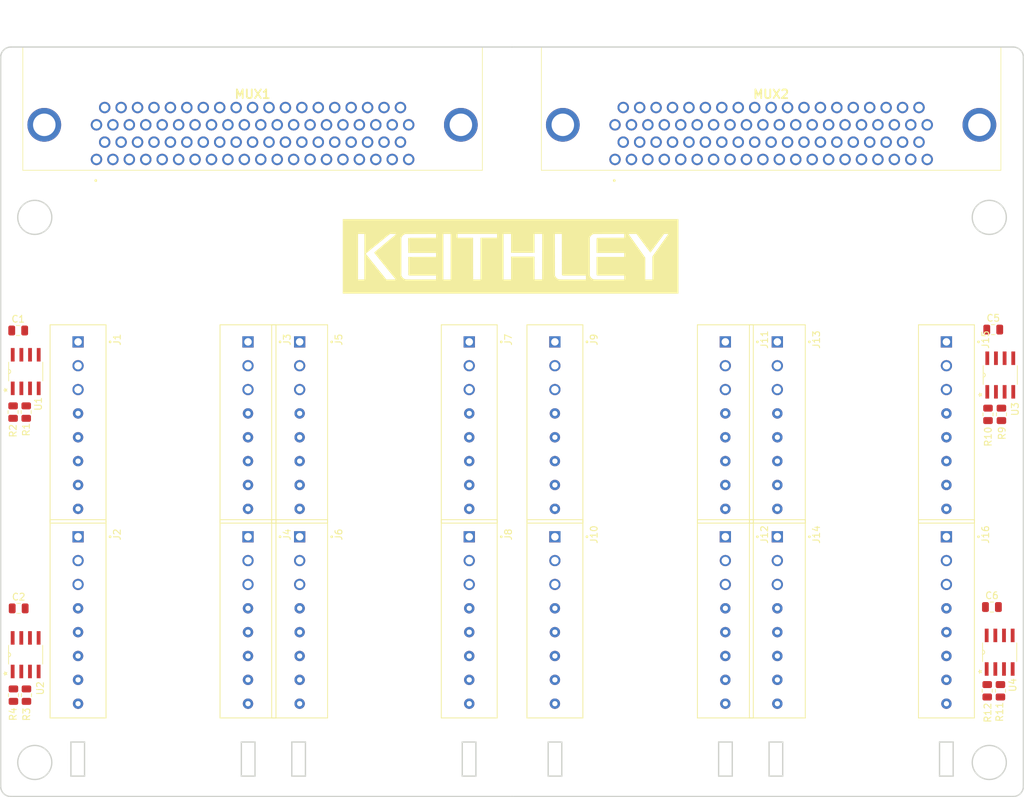
<source format=kicad_pcb>
(kicad_pcb (version 20211014) (generator pcbnew)
  (layers (0 "F.Cu" signal) (1 "In1.Cu" signal) (2 "In2.Cu" signal) (31 "B.Cu" signal) (34 "B.Paste" user) (35 "F.Paste" user) (36 "B.SilkS" user "B.Silkscreen") (37 "F.SilkS" user "F.Silkscreen") (38 "B.Mask" user) (39 "F.Mask" user) (44 "Edge.Cuts" user))
  (net 0 "")
  (net 1 "/15L")
  (net 2 "/15H")
  (net 3 "/13L")
  (net 4 "/13H")
  (net 5 "/11H")
  (net 6 "/11L")
  (net 7 "/9L")
  (net 8 "/9H")
  (net 9 "/7L")
  (net 10 "/7H")
  (net 11 "/5L")
  (net 12 "/5H")
  (net 13 "/3L")
  (net 14 "/3H")
  (net 15 "/1L")
  (net 16 "/1H")
  (net 17 "/MUX1 OUTL")
  (net 18 "/MUX1 OUTH")
  (net 19 "/29L")
  (net 20 "/29H")
  (net 21 "/27L")
  (net 22 "/27H")
  (net 23 "/25L")
  (net 24 "/25H")
  (net 25 "/23L")
  (net 26 "/23H")
  (net 27 "/21L")
  (net 28 "/21H")
  (net 29 "/19L")
  (net 30 "/19H")
  (net 31 "/17L")
  (net 32 "/17H")
  (net 33 "/16L")
  (net 34 "/16H")
  (net 35 "/14L")
  (net 36 "/14H")
  (net 37 "/12L")
  (net 38 "/12H")
  (net 39 "/10L")
  (net 40 "/10H")
  (net 41 "/8L")
  (net 42 "/8H")
  (net 43 "/6L")
  (net 44 "/6H")
  (net 45 "/4L")
  (net 46 "/4H")
  (net 47 "/2L")
  (net 48 "/2H")
  (net 51 "/30L")
  (net 52 "/30H")
  (net 53 "/28L")
  (net 54 "/28H")
  (net 55 "/26L")
  (net 56 "/26H")
  (net 57 "/24L")
  (net 58 "/24H")
  (net 59 "/22L")
  (net 60 "/22H")
  (net 61 "/20L")
  (net 62 "/20H")
  (net 63 "/18L")
  (net 64 "/18H")
  (net 65 "/45L")
  (net 66 "/45H")
  (net 67 "/43L")
  (net 68 "/43H")
  (net 69 "/41L")
  (net 70 "/41H")
  (net 71 "/39L")
  (net 72 "/39H")
  (net 73 "/MUX2 OUTL")
  (net 74 "/MUX2 OUTR")
  (net 75 "/59L")
  (net 76 "/59H")
  (net 77 "/57L")
  (net 78 "/57H")
  (net 79 "/55L")
  (net 80 "/55H")
  (net 81 "/53L")
  (net 82 "/53H")
  (net 83 "/51L")
  (net 84 "/51H")
  (net 85 "/49L")
  (net 86 "/49H")
  (net 87 "/47L")
  (net 88 "/47H")
  (net 89 "/46L")
  (net 90 "/46H")
  (net 91 "/44L")
  (net 92 "/44H")
  (net 93 "/42L")
  (net 94 "/42H")
  (net 95 "/40L")
  (net 96 "/40H")
  (net 97 "/38L")
  (net 98 "/38H")
  (net 99 "/36L")
  (net 100 "/36H")
  (net 101 "/34L")
  (net 102 "/34H")
  (net 103 "/32L")
  (net 104 "/32H")
  (net 107 "/60L")
  (net 108 "/60H")
  (net 109 "/58L")
  (net 110 "/58H")
  (net 111 "/56L")
  (net 112 "/56H")
  (net 113 "/54L")
  (net 114 "/54H")
  (net 115 "/52L")
  (net 116 "/52H")
  (net 117 "/50L")
  (net 118 "/50H")
  (net 119 "/48L")
  (net 120 "/48H")
  (net 134 "/D")
  (net 137 "/37H")
  (net 138 "/37L")
  (net 139 "/35H")
  (net 140 "/35L")
  (net 142 "/33H")
  (net 143 "/33L")
  (net 150 "/31H")
  (net 151 "/31L")
  (net 152 "/MUX2 OUTH")
  (net 155 "/3V3")
  (net 156 "/SCLK")
  (net 157 "SDA")
  (net 160 "+3V3")
  (net 161 "SCL")
  (net 162 "GND")
  (net 167 "/ILK1")
  (net 168 "/ILK2")
  (footprint "BVKSound:TE_1546216-8" (layer "F.Cu") (at 138.9125 116.875 -90)
    (fp_text reference "J14" (at -5.325 -5.735 -90) (layer "F.SilkS"))
    (fp_text value "1546216-8")
    (pad "1" thru_hole rect locked (at -5 0 270) (size 1.65 1.65) (drill 1.1) (layers *.Cu *.Mask) (net 97 "/38L"))
    (pad "2" thru_hole circle locked (at -1.5 0 270) (size 1.65 1.65) (drill 1.1) (layers *.Cu *.Mask) (net 98 "/38H"))
    (pad "3" thru_hole circle locked (at 2 0 270) (size 1.65 1.65) (drill 1.1) (layers *.Cu *.Mask) (net 99 "/36L"))
    (pad "4" thru_hole circle locked (at 5.5 0 270) (size 1.524 1.524) (drill 0.762) (layers *.Cu *.Mask) (net 100 "/36H"))
    (pad "5" thru_hole circle locked (at 9 0 270) (size 1.524 1.524) (drill 0.762) (layers *.Cu *.Mask) (net 101 "/34L"))
    (pad "6" thru_hole circle locked (at 12.5 0 270) (size 1.524 1.524) (drill 0.762) (layers *.Cu *.Mask) (net 102 "/34H"))
    (pad "7" thru_hole circle locked (at 16 0 270) (size 1.524 1.524) (drill 0.762) (layers *.Cu *.Mask) (net 103 "/32L"))
    (pad "8" thru_hole circle locked (at 19.5 0 270) (size 1.524 1.524) (drill 0.762) (layers *.Cu *.Mask) (net 104 "/32H"))
  )
  (footprint "Capacitor_SMD:C_0805_2012Metric" (layer "F.Cu") (at 170.385 122.19)
    (fp_text reference "C6" (at 0 -1.68) (layer "F.SilkS"))
    (fp_text value "100nF" hide)
    (pad "1" smd roundrect locked (at -0.95 0) (size 1 1.45) (layers "F.Cu" "F.Paste" "F.Mask") (net 160 "+3V3"))
    (pad "2" smd roundrect locked (at 0.95 0) (size 1 1.45) (layers "F.Cu" "F.Paste" "F.Mask") (net 162 "GND"))
  )
  (footprint "BVKSound:TE_1546216-8" (layer "F.Cu") (at 36.35 88.275 -90)
    (fp_text reference "J1" (at -5.325 -5.735 -90) (layer "F.SilkS"))
    (fp_text value locked "1546216-8")
    (pad "1" thru_hole rect locked (at -5 0 270) (size 1.65 1.65) (drill 1.1) (layers *.Cu *.Mask) (net 1 "/15L"))
    (pad "2" thru_hole circle locked (at -1.5 0 270) (size 1.65 1.65) (drill 1.1) (layers *.Cu *.Mask) (net 2 "/15H"))
    (pad "3" thru_hole circle locked (at 2 0 270) (size 1.65 1.65) (drill 1.1) (layers *.Cu *.Mask) (net 3 "/13L"))
    (pad "4" thru_hole circle locked (at 5.5 0 270) (size 1.524 1.524) (drill 0.762) (layers *.Cu *.Mask) (net 4 "/13H"))
    (pad "5" thru_hole circle locked (at 9 0 270) (size 1.524 1.524) (drill 0.762) (layers *.Cu *.Mask) (net 5 "/11H"))
    (pad "6" thru_hole circle locked (at 12.5 0 270) (size 1.524 1.524) (drill 0.762) (layers *.Cu *.Mask) (net 6 "/11L"))
    (pad "7" thru_hole circle locked (at 16 0 270) (size 1.524 1.524) (drill 0.762) (layers *.Cu *.Mask) (net 7 "/9L"))
    (pad "8" thru_hole circle locked (at 19.5 0 270) (size 1.524 1.524) (drill 0.762) (layers *.Cu *.Mask) (net 8 "/9H"))
  )
  (footprint "BVKSound:TE_1546216-8" (layer "F.Cu") (at 163.7125 116.875 -90)
    (fp_text reference "J16" (at -5.325 -5.735 -90) (layer "F.SilkS"))
    (fp_text value "1546216-8")
    (pad "1" thru_hole rect locked (at -5 0 270) (size 1.65 1.65) (drill 1.1) (layers *.Cu *.Mask) (net 113 "/54L"))
    (pad "2" thru_hole circle locked (at -1.5 0 270) (size 1.65 1.65) (drill 1.1) (layers *.Cu *.Mask) (net 114 "/54H"))
    (pad "3" thru_hole circle locked (at 2 0 270) (size 1.65 1.65) (drill 1.1) (layers *.Cu *.Mask) (net 115 "/52L"))
    (pad "4" thru_hole circle locked (at 5.5 0 270) (size 1.524 1.524) (drill 0.762) (layers *.Cu *.Mask) (net 116 "/52H"))
    (pad "5" thru_hole circle locked (at 9 0 270) (size 1.524 1.524) (drill 0.762) (layers *.Cu *.Mask) (net 117 "/50L"))
    (pad "6" thru_hole circle locked (at 12.5 0 270) (size 1.524 1.524) (drill 0.762) (layers *.Cu *.Mask) (net 118 "/50H"))
    (pad "7" thru_hole circle locked (at 16 0 270) (size 1.524 1.524) (drill 0.762) (layers *.Cu *.Mask) (net 119 "/48L"))
    (pad "8" thru_hole circle locked (at 19.5 0 270) (size 1.524 1.524) (drill 0.762) (layers *.Cu *.Mask) (net 120 "/48H"))
  )
  (footprint "BVKSound:TMP275AID" (layer "F.Cu") (at 28.67 87.63 90)
    (fp_text reference "U1" (at -4.75 1.85 90) (layer "F.SilkS"))
    (fp_text value "TMP275AID" hide)
    (fp_text user "*" (at -2.72 -2.65 90) (layer "F.SilkS"))
    (pad "1" smd rect locked (at -2.4638 -1.905 90) (size 1.9812 0.5588) (layers "F.Cu" "F.Paste" "F.Mask") (net 157 "SDA"))
    (pad "2" smd rect locked (at -2.4638 -0.635 90) (size 1.9812 0.5588) (layers "F.Cu" "F.Paste" "F.Mask") (net 161 "SCL"))
    (pad "3" smd rect locked (at -2.4638 0.635 90) (size 1.9812 0.5588) (layers "F.Cu" "F.Paste" "F.Mask"))
    (pad "4" smd rect locked (at -2.4638 1.905 90) (size 1.9812 0.5588) (layers "F.Cu" "F.Paste" "F.Mask") (net 162 "GND"))
    (pad "5" smd rect locked (at 2.4638 1.905 90) (size 1.9812 0.5588) (layers "F.Cu" "F.Paste" "F.Mask") (net 162 "GND"))
    (pad "6" smd rect locked (at 2.4638 0.635 90) (size 1.9812 0.5588) (layers "F.Cu" "F.Paste" "F.Mask") (net 160 "+3V3"))
    (pad "7" smd rect locked (at 2.4638 -0.635 90) (size 1.9812 0.5588) (layers "F.Cu" "F.Paste" "F.Mask") (net 162 "GND"))
    (pad "8" smd rect locked (at 2.4638 -1.905 90) (size 1.9812 0.5588) (layers "F.Cu" "F.Paste" "F.Mask") (net 160 "+3V3"))
  )
  (footprint "BVKSound:TE_1546216-8" (layer "F.Cu") (at 106.2875 116.875 -90)
    (fp_text reference "J10" (at -5.325 -5.735 -90) (layer "F.SilkS"))
    (fp_text value "1546216-8")
    (pad "1" thru_hole rect locked (at -5 0 270) (size 1.65 1.65) (drill 1.1) (layers *.Cu *.Mask) (net 138 "/37L"))
    (pad "2" thru_hole circle locked (at -1.5 0 270) (size 1.65 1.65) (drill 1.1) (layers *.Cu *.Mask) (net 137 "/37H"))
    (pad "3" thru_hole circle locked (at 2 0 270) (size 1.65 1.65) (drill 1.1) (layers *.Cu *.Mask) (net 140 "/35L"))
    (pad "4" thru_hole circle locked (at 5.5 0 270) (size 1.524 1.524) (drill 0.762) (layers *.Cu *.Mask) (net 139 "/35H"))
    (pad "5" thru_hole circle locked (at 9 0 270) (size 1.524 1.524) (drill 0.762) (layers *.Cu *.Mask) (net 143 "/33L"))
    (pad "6" thru_hole circle locked (at 12.5 0 270) (size 1.524 1.524) (drill 0.762) (layers *.Cu *.Mask) (net 142 "/33H"))
    (pad "7" thru_hole circle locked (at 16 0 270) (size 1.524 1.524) (drill 0.762) (layers *.Cu *.Mask) (net 151 "/31L"))
    (pad "8" thru_hole circle locked (at 19.5 0 270) (size 1.524 1.524) (drill 0.762) (layers *.Cu *.Mask) (net 150 "/31H"))
  )
  (footprint "BVKSound:TE_1546216-8" (layer "F.Cu") (at 131.2875 88.275 -90)
    (fp_text reference "J11" (at -5.325 -5.735 -90) (layer "F.SilkS"))
    (fp_text value "1546216-8")
    (pad "1" thru_hole rect locked (at -5 0 270) (size 1.65 1.65) (drill 1.1) (layers *.Cu *.Mask) (net 73 "/MUX2 OUTL"))
    (pad "2" thru_hole circle locked (at -1.5 0 270) (size 1.65 1.65) (drill 1.1) (layers *.Cu *.Mask) (net 74 "/MUX2 OUTR"))
    (pad "3" thru_hole circle locked (at 2 0 270) (size 1.65 1.65) (drill 1.1) (layers *.Cu *.Mask) (net 75 "/59L"))
    (pad "4" thru_hole circle locked (at 5.5 0 270) (size 1.524 1.524) (drill 0.762) (layers *.Cu *.Mask) (net 76 "/59H"))
    (pad "5" thru_hole circle locked (at 9 0 270) (size 1.524 1.524) (drill 0.762) (layers *.Cu *.Mask) (net 77 "/57L"))
    (pad "6" thru_hole circle locked (at 12.5 0 270) (size 1.524 1.524) (drill 0.762) (layers *.Cu *.Mask) (net 78 "/57H"))
    (pad "7" thru_hole circle locked (at 16 0 270) (size 1.524 1.524) (drill 0.762) (layers *.Cu *.Mask) (net 79 "/55L"))
    (pad "8" thru_hole circle locked (at 19.5 0 270) (size 1.524 1.524) (drill 0.762) (layers *.Cu *.Mask) (net 80 "/55H"))
  )
  (footprint "Resistor_SMD:R_0805_2012Metric" (layer "F.Cu") (at 171.635 134.48 90)
    (fp_text reference "R11" (at -3.11 -0.12 90) (layer "F.SilkS"))
    (fp_text value "5K" hide)
    (pad "1" smd roundrect locked (at -0.9125 0 90) (size 1.025 1.4) (layers "F.Cu" "F.Paste" "F.Mask") (roundrect_rratio 0.243902) (net 160 "+3V3"))
    (pad "2" smd roundrect locked (at 0.9125 0 90) (size 1.025 1.4) (layers "F.Cu" "F.Paste" "F.Mask") (roundrect_rratio 0.243902) (net 161 "SCL"))
  )
  (footprint "BVKSound:TE_1546216-8" (layer "F.Cu") (at 68.85 88.275 -90)
    (fp_text reference "J5" (at -5.325 -5.735 -90) (layer "F.SilkS"))
    (fp_text value "1546216-8")
    (pad "1" thru_hole rect locked (at -5 0 270) (size 1.65 1.65) (drill 1.1) (layers *.Cu *.Mask) (net 33 "/16L"))
    (pad "2" thru_hole circle locked (at -1.5 0 270) (size 1.65 1.65) (drill 1.1) (layers *.Cu *.Mask) (net 34 "/16H"))
    (pad "3" thru_hole circle locked (at 2 0 270) (size 1.65 1.65) (drill 1.1) (layers *.Cu *.Mask) (net 35 "/14L"))
    (pad "4" thru_hole circle locked (at 5.5 0 270) (size 1.524 1.524) (drill 0.762) (layers *.Cu *.Mask) (net 36 "/14H"))
    (pad "5" thru_hole circle locked (at 9 0 270) (size 1.524 1.524) (drill 0.762) (layers *.Cu *.Mask) (net 37 "/12L"))
    (pad "6" thru_hole circle locked (at 12.5 0 270) (size 1.524 1.524) (drill 0.762) (layers *.Cu *.Mask) (net 38 "/12H"))
    (pad "7" thru_hole circle locked (at 16 0 270) (size 1.524 1.524) (drill 0.762) (layers *.Cu *.Mask) (net 39 "/10L"))
    (pad "8" thru_hole circle locked (at 19.5 0 270) (size 1.524 1.524) (drill 0.762) (layers *.Cu *.Mask) (net 40 "/10H"))
  )
  (footprint "Resistor_SMD:R_0805_2012Metric" (layer "F.Cu") (at 28.78 135.12 90)
    (fp_text reference "R3" (at -2.82 0.02 90) (layer "F.SilkS"))
    (fp_text value "5K" hide)
    (pad "1" smd roundrect locked (at -0.9125 0 90) (size 1.025 1.4) (layers "F.Cu" "F.Paste" "F.Mask") (roundrect_rratio 0.243902) (net 160 "+3V3"))
    (pad "2" smd roundrect locked (at 0.9125 0 90) (size 1.025 1.4) (layers "F.Cu" "F.Paste" "F.Mask") (roundrect_rratio 0.243902) (net 161 "SCL"))
  )
  (footprint "Resistor_SMD:R_0805_2012Metric" (layer "F.Cu") (at 169.81 93.91 90)
    (fp_text reference locked "R10" (at -3.28 0.02 90) (layer "F.SilkS"))
    (fp_text value "5K" hide)
    (pad "1" smd roundrect locked (at -0.9125 0 90) (size 1.025 1.4) (layers "F.Cu" "F.Paste" "F.Mask") (roundrect_rratio 0.243902) (net 160 "+3V3"))
    (pad "2" smd roundrect locked (at 0.9125 0 90) (size 1.025 1.4) (layers "F.Cu" "F.Paste" "F.Mask") (roundrect_rratio 0.243902) (net 157 "SDA"))
  )
  (footprint "BVKSound:TE_1546216-8" (layer "F.Cu") (at 106.2875 88.275 -90)
    (fp_text reference "J9" (at -5.325 -5.735 -90) (layer "F.SilkS"))
    (fp_text value "1546216-8")
    (pad "1" thru_hole rect locked (at -5 0 270) (size 1.65 1.65) (drill 1.1) (layers *.Cu *.Mask) (net 65 "/45L"))
    (pad "2" thru_hole circle locked (at -1.5 0 270) (size 1.65 1.65) (drill 1.1) (layers *.Cu *.Mask) (net 66 "/45H"))
    (pad "3" thru_hole circle locked (at 2 0 270) (size 1.65 1.65) (drill 1.1) (layers *.Cu *.Mask) (net 67 "/43L"))
    (pad "4" thru_hole circle locked (at 5.5 0 270) (size 1.524 1.524) (drill 0.762) (layers *.Cu *.Mask) (net 68 "/43H"))
    (pad "5" thru_hole circle locked (at 9 0 270) (size 1.524 1.524) (drill 0.762) (layers *.Cu *.Mask) (net 69 "/41L"))
    (pad "6" thru_hole circle locked (at 12.5 0 270) (size 1.524 1.524) (drill 0.762) (layers *.Cu *.Mask) (net 70 "/41H"))
    (pad "7" thru_hole circle locked (at 16 0 270) (size 1.524 1.524) (drill 0.762) (layers *.Cu *.Mask) (net 71 "/39L"))
    (pad "8" thru_hole circle locked (at 19.5 0 270) (size 1.524 1.524) (drill 0.762) (layers *.Cu *.Mask) (net 72 "/39H"))
  )
  (footprint "BVKSound:09565527612" (layer "F.Cu") (at 39.05 56.5)
    (fp_text reference "MUX1" (at 22.895 -9.575) (layer "F.SilkS") (effects (font (size 1.27 1.27) (thickness 0.254))))
    (fp_text value "09565527612" hide)
    (pad "1" thru_hole circle locked (at 0 0) (size 1.68 1.68) (drill 1.12) (layers *.Cu *.Mask) (net 2 "/15H"))
    (pad "2" thru_hole circle locked (at 2.41 0) (size 1.68 1.68) (drill 1.12) (layers *.Cu *.Mask) (net 1 "/15L"))
    (pad "3" thru_hole circle locked (at 4.82 0) (size 1.68 1.68) (drill 1.12) (layers *.Cu *.Mask) (net 10 "/7H"))
    (pad "4" thru_hole circle locked (at 7.23 0) (size 1.68 1.68) (drill 1.12) (layers *.Cu *.Mask) (net 9 "/7L"))
    (pad "5" thru_hole circle locked (at 9.64 0) (size 1.68 1.68) (drill 1.12) (layers *.Cu *.Mask) (net 32 "/17H"))
    (pad "6" thru_hole circle locked (at 12.05 0) (size 1.68 1.68) (drill 1.12) (layers *.Cu *.Mask) (net 31 "/17L"))
    (pad "7" thru_hole circle locked (at 14.46 0) (size 1.68 1.68) (drill 1.12) (layers *.Cu *.Mask) (net 24 "/25H"))
    (pad "8" thru_hole circle locked (at 16.87 0) (size 1.68 1.68) (drill 1.12) (layers *.Cu *.Mask) (net 23 "/25L"))
    (pad "9" thru_hole circle locked (at 19.28 0) (size 1.68 1.68) (drill 1.12) (layers *.Cu *.Mask) (net 36 "/14H"))
    (pad "10" thru_hole circle locked (at 21.69 0) (size 1.68 1.68) (drill 1.12) (layers *.Cu *.Mask) (net 35 "/14L"))
    (pad "11" thru_hole circle locked (at 24.1 0) (size 1.68 1.68) (drill 1.12) (layers *.Cu *.Mask) (net 44 "/6H"))
    (pad "12" thru_hole circle locked (at 26.51 0) (size 1.68 1.68) (drill 1.12) (layers *.Cu *.Mask) (net 43 "/6L"))
    (pad "13" thru_hole circle locked (at 28.92 0) (size 1.68 1.68) (drill 1.12) (layers *.Cu *.Mask) (net 64 "/18H"))
    (pad "14" thru_hole circle locked (at 31.33 0) (size 1.68 1.68) (drill 1.12) (layers *.Cu *.Mask) (net 63 "/18L"))
    (pad "15" thru_hole circle locked (at 33.74 0) (size 1.68 1.68) (drill 1.12) (layers *.Cu *.Mask) (net 60 "/22H"))
    (pad "16" thru_hole circle locked (at 36.15 0) (size 1.68 1.68) (drill 1.12) (layers *.Cu *.Mask) (net 59 "/22L"))
    (pad "17" thru_hole circle locked (at 38.56 0) (size 1.68 1.68) (drill 1.12) (layers *.Cu *.Mask) (net 56 "/26H"))
    (pad "18" thru_hole circle locked (at 40.97 0) (size 1.68 1.68) (drill 1.12) (layers *.Cu *.Mask) (net 55 "/26L"))
    (pad "19" thru_hole circle locked (at 43.38 0) (size 1.68 1.68) (drill 1.12) (layers *.Cu *.Mask) (net 52 "/30H"))
    (pad "20" thru_hole circle locked (at 45.79 0) (size 1.68 1.68) (drill 1.12) (layers *.Cu *.Mask) (net 51 "/30L"))
    (pad "21" thru_hole circle locked (at 1.205 -2.54) (size 1.68 1.68) (drill 1.12) (layers *.Cu *.Mask) (net 4 "/13H"))
    (pad "22" thru_hole circle locked (at 3.615 -2.54) (size 1.68 1.68) (drill 1.12) (layers *.Cu *.Mask) (net 3 "/13L"))
    (pad "23" thru_hole circle locked (at 6.025 -2.54) (size 1.68 1.68) (drill 1.12) (layers *.Cu *.Mask) (net 12 "/5H"))
    (pad "24" thru_hole circle locked (at 8.435 -2.54) (size 1.68 1.68) (drill 1.12) (layers *.Cu *.Mask) (net 11 "/5L"))
    (pad "25" thru_hole circle locked (at 10.845 -2.54) (size 1.68 1.68) (drill 1.12) (layers *.Cu *.Mask) (net 30 "/19H"))
    (pad "26" thru_hole circle locked (at 13.255 -2.54) (size 1.68 1.68) (drill 1.12) (layers *.Cu *.Mask) (net 29 "/19L"))
    (pad "27" thru_hole circle locked (at 15.665 -2.54) (size 1.68 1.68) (drill 1.12) (layers *.Cu *.Mask) (net 22 "/27H"))
    (pad "28" thru_hole circle locked (at 18.075 -2.54) (size 1.68 1.68) (drill 1.12) (layers *.Cu *.Mask) (net 21 "/27L"))
    (pad "29" thru_hole circle locked (at 20.485 -2.54) (size 1.68 1.68) (drill 1.12) (layers *.Cu *.Mask) (net 38 "/12H"))
    (pad "30" thru_hole circle locked (at 22.895 -2.54) (size 1.68 1.68) (drill 1.12) (layers *.Cu *.Mask) (net 37 "/12L"))
    (pad "31" thru_hole circle locked (at 25.305 -2.54) (size 1.68 1.68) (drill 1.12) (layers *.Cu *.Mask) (net 46 "/4H"))
    (pad "32" thru_hole circle locked (at 27.715 -2.54) (size 1.68 1.68) (drill 1.12) (layers *.Cu *.Mask) (net 45 "/4L"))
    (pad "33" thru_hole circle locked (at 30.125 -2.54) (size 1.68 1.68) (drill 1.12) (layers *.Cu *.Mask) (net 62 "/20H"))
    (pad "34" thru_hole circle locked (at 32.535 -2.54) (size 1.68 1.68) (drill 1.12) (layers *.Cu *.Mask) (net 61 "/20L"))
    (pad "35" thru_hole circle locked (at 34.945 -2.54) (size 1.68 1.68) (drill 1.12) (layers *.Cu *.Mask) (net 58 "/24H"))
    (pad "36" thru_hole circle locked (at 37.355 -2.54) (size 1.68 1.68) (drill 1.12) (layers *.Cu *.Mask) (net 57 "/24L"))
    (pad "37" thru_hole circle locked (at 39.765 -2.54) (size 1.68 1.68) (drill 1.12) (layers *.Cu *.Mask) (net 54 "/28H"))
    (pad "38" thru_hole circle locked (at 42.175 -2.54) (size 1.68 1.68) (drill 1.12) (layers *.Cu *.Mask) (net 53 "/28L"))
    (pad "39" thru_hole circle locked (at 44.585 -2.54) (size 1.68 1.68) (drill 1.12) (layers *.Cu *.Mask))
    (pad "40" thru_hole circle locked (at 0 -5.08) (size 1.68 1.68) (drill 1.12) (layers *.Cu *.Mask) (net 5 "/11H"))
    (pad "41" thru_hole circle locked (at 2.41 -5.08) (size 1.68 1.68) (drill 1.12) (layers *.Cu *.Mask) (net 6 "/11L"))
    (pad "42" thru_hole circle locked (at 4.82 -5.08) (size 1.68 1.68) (drill 1.12) (layers *.Cu *.Mask) (net 14 "/3H"))
    (pad "43" thru_hole circle locked (at 7.23 -5.08) (size 1.68 1.68) (drill 1.12) (layers *.Cu *.Mask) (net 13 "/3L"))
    (pad "44" thru_hole circle locked (at 9.64 -5.08) (size 1.68 1.68) (drill 1.12) (layers *.Cu *.Mask) (net 28 "/21H"))
    (pad "45" thru_hole circle locked (at 12.05 -5.08) (size 1.68 1.68) (drill 1.12) (layers *.Cu *.Mask) (net 27 "/21L"))
    (pad "46" thru_hole circle locked (at 14.46 -5.08) (size 1.68 1.68) (drill 1.12) (layers *.Cu *.Mask) (net 20 "/29H"))
    (pad "47" thru_hole circle locked (at 16.87 -5.08) (size 1.68 1.68) (drill 1.12) (layers *.Cu *.Mask) (net 19 "/29L"))
    (pad "48" thru_hole circle locked (at 19.28 -5.08) (size 1.68 1.68) (drill 1.12) (layers *.Cu *.Mask) (net 40 "/10H"))
    (pad "49" thru_hole circle locked (at 21.69 -5.08) (size 1.68 1.68) (drill 1.12) (layers *.Cu *.Mask) (net 39 "/10L"))
    (pad "50" thru_hole circle locked (at 24.1 -5.08) (size 1.68 1.68) (drill 1.12) (layers *.Cu *.Mask) (net 48 "/2H"))
    (pad "51" thru_hole circle locked (at 26.51 -5.08) (size 1.68 1.68) (drill 1.12) (layers *.Cu *.Mask) (net 47 "/2L"))
    (pad "52" thru_hole circle locked (at 28.92 -5.08) (size 1.68 1.68) (drill 1.12) (layers *.Cu *.Mask) (net 33 "/16L"))
    (pad "53" thru_hole circle locked (at 31.33 -5.08) (size 1.68 1.68) (drill 1.12) (layers *.Cu *.Mask))
    (pad "54" thru_hole circle locked (at 33.74 -5.08) (size 1.68 1.68) (drill 1.12) (layers *.Cu *.Mask))
    (pad "55" thru_hole circle locked (at 36.15 -5.08) (size 1.68 1.68) (drill 1.12) (layers *.Cu *.Mask))
    (pad "56" thru_hole circle locked (at 38.56 -5.08) (size 1.68 1.68) (drill 1.12) (layers *.Cu *.Mask))
    (pad "57" thru_hole circle locked (at 40.97 -5.08) (size 1.68 1.68) (drill 1.12) (layers *.Cu *.Mask))
    (pad "58" thru_hole circle locked (at 43.38 -5.08) (size 1.68 1.68) (drill 1.12) (layers *.Cu *.Mask))
    (pad "59" thru_hole circle locked (at 45.79 -5.08) (size 1.68 1.68) (drill 1.12) (layers *.Cu *.Mask))
    (pad "60" thru_hole circle locked (at 1.205 -7.62) (size 1.68 1.68) (drill 1.12) (layers *.Cu *.Mask) (net 8 "/9H"))
    (pad "61" thru_hole circle locked (at 3.615 -7.62) (size 1.68 1.68) (drill 1.12) (layers *.Cu *.Mask) (net 7 "/9L"))
    (pad "62" thru_hole circle locked (at 6.025 -7.62) (size 1.68 1.68) (drill 1.12) (layers *.Cu *.Mask) (net 16 "/1H"))
    (pad "63" thru_hole circle locked (at 8.435 -7.62) (size 1.68 1.68) (drill 1.12) (layers *.Cu *.Mask) (net 15 "/1L"))
    (pad "64" thru_hole circle locked (at 10.845 -7.62) (size 1.68 1.68) (drill 1.12) (layers *.Cu *.Mask) (net 26 "/23H"))
    (pad "65" thru_hole circle locked (at 13.255 -7.62) (size 1.68 1.68) (drill 1.12) (layers *.Cu *.Mask) (net 25 "/23L"))
    (pad "66" thru_hole circle locked (at 15.665 -7.62) (size 1.68 1.68) (drill 1.12) (layers *.Cu *.Mask) (net 18 "/MUX1 OUTH"))
    (pad "67" thru_hole circle locked (at 18.075 -7.62) (size 1.68 1.68) (drill 1.12) (layers *.Cu *.Mask) (net 17 "/MUX1 OUTL"))
    (pad "68" thru_hole circle locked (at 20.485 -7.62) (size 1.68 1.68) (drill 1.12) (layers *.Cu *.Mask) (net 42 "/8H"))
    (pad "69" thru_hole circle locked (at 22.895 -7.62) (size 1.68 1.68) (drill 1.12) (layers *.Cu *.Mask) (net 41 "/8L"))
    (pad "70" thru_hole circle locked (at 25.305 -7.62) (size 1.68 1.68) (drill 1.12) (layers *.Cu *.Mask) (net 34 "/16H"))
    (pad "71" thru_hole circle locked (at 27.715 -7.62) (size 1.68 1.68) (drill 1.12) (layers *.Cu *.Mask))
    (pad "72" thru_hole circle locked (at 30.125 -7.62) (size 1.68 1.68) (drill 1.12) (layers *.Cu *.Mask))
    (pad "73" thru_hole circle locked (at 32.535 -7.62) (size 1.68 1.68) (drill 1.12) (layers *.Cu *.Mask))
    (pad "74" thru_hole circle locked (at 34.945 -7.62) (size 1.68 1.68) (drill 1.12) (layers *.Cu *.Mask))
    (pad "75" thru_hole circle locked (at 37.355 -7.62) (size 1.68 1.68) (drill 1.12) (layers *.Cu *.Mask))
    (pad "76" thru_hole circle locked (at 39.765 -7.62) (size 1.68 1.68) (drill 1.12) (layers *.Cu *.Mask) (net 167 "/ILK1"))
    (pad "77" thru_hole circle locked (at 42.175 -7.62) (size 1.68 1.68) (drill 1.12) (layers *.Cu *.Mask) (net 134 "/D"))
    (pad "78" thru_hole circle locked (at 44.585 -7.62) (size 1.68 1.68) (drill 1.12) (layers *.Cu *.Mask) (net 167 "/ILK1"))
    (pad "MH1" thru_hole circle locked (at -7.655 -5.08) (size 4.95 4.95) (drill 3.3) (layers *.Cu *.Mask))
    (pad "MH2" thru_hole circle locked (at 53.445 -5.08) (size 4.95 4.95) (drill 3.3) (layers *.Cu *.Mask))
  )
  (footprint "Resistor_SMD:R_0805_2012Metric" (layer "F.Cu") (at 171.78 93.91 90)
    (fp_text reference "R9" (at -2.78 0.09 90) (layer "F.SilkS"))
    (fp_text value "5K" hide)
    (pad "1" smd roundrect locked (at -0.9125 0 90) (size 1.025 1.4) (layers "F.Cu" "F.Paste" "F.Mask") (roundrect_rratio 0.243902) (net 160 "+3V3"))
    (pad "2" smd roundrect locked (at 0.9125 0 90) (size 1.025 1.4) (layers "F.Cu" "F.Paste" "F.Mask") (roundrect_rratio 0.243902) (net 161 "SCL"))
  )
  (footprint "BVKSound:TE_1546216-8" (layer "F.Cu") (at 61.275 88.275 -90)
    (fp_text reference "J3" (at -5.325 -5.735 -90) (layer "F.SilkS"))
    (fp_text value "1546216-8")
    (pad "1" thru_hole rect locked (at -5 0 270) (size 1.65 1.65) (drill 1.1) (layers *.Cu *.Mask) (net 17 "/MUX1 OUTL"))
    (pad "2" thru_hole circle locked (at -1.5 0 270) (size 1.65 1.65) (drill 1.1) (layers *.Cu *.Mask) (net 18 "/MUX1 OUTH"))
    (pad "3" thru_hole circle locked (at 2 0 270) (size 1.65 1.65) (drill 1.1) (layers *.Cu *.Mask) (net 19 "/29L"))
    (pad "4" thru_hole circle locked (at 5.5 0 270) (size 1.524 1.524) (drill 0.762) (layers *.Cu *.Mask) (net 20 "/29H"))
    (pad "5" thru_hole circle locked (at 9 0 270) (size 1.524 1.524) (drill 0.762) (layers *.Cu *.Mask) (net 21 "/27L"))
    (pad "6" thru_hole circle locked (at 12.5 0 270) (size 1.524 1.524) (drill 0.762) (layers *.Cu *.Mask) (net 22 "/27H"))
    (pad "7" thru_hole circle locked (at 16 0 270) (size 1.524 1.524) (drill 0.762) (layers *.Cu *.Mask) (net 23 "/25L"))
    (pad "8" thru_hole circle locked (at 19.5 0 270) (size 1.524 1.524) (drill 0.762) (layers *.Cu *.Mask) (net 24 "/25H"))
  )
  (footprint "BVKSound:TMP275AID" (layer "F.Cu") (at 28.66 129.185 90)
    (fp_text reference "U2" (at -4.925 2.15 90) (layer "F.SilkS"))
    (fp_text value "TMP275AID" hide)
    (fp_text user "*" (at -2.765 -2.65 90) (layer "F.SilkS"))
    (pad "1" smd rect locked (at -2.4638 -1.905 90) (size 1.9812 0.5588) (layers "F.Cu" "F.Paste" "F.Mask") (net 157 "SDA"))
    (pad "2" smd rect locked (at -2.4638 -0.635 90) (size 1.9812 0.5588) (layers "F.Cu" "F.Paste" "F.Mask") (net 161 "SCL"))
    (pad "3" smd rect locked (at -2.4638 0.635 90) (size 1.9812 0.5588) (layers "F.Cu" "F.Paste" "F.Mask"))
    (pad "4" smd rect locked (at -2.4638 1.905 90) (size 1.9812 0.5588) (layers "F.Cu" "F.Paste" "F.Mask") (net 162 "GND"))
    (pad "5" smd rect locked (at 2.4638 1.905 90) (size 1.9812 0.5588) (layers "F.Cu" "F.Paste" "F.Mask") (net 160 "+3V3"))
    (pad "6" smd rect locked (at 2.4638 0.635 90) (size 1.9812 0.5588) (layers "F.Cu" "F.Paste" "F.Mask") (net 162 "GND"))
    (pad "7" smd rect locked (at 2.4638 -0.635 90) (size 1.9812 0.5588) (layers "F.Cu" "F.Paste" "F.Mask") (net 162 "GND"))
    (pad "8" smd rect locked (at 2.4638 -1.905 90) (size 1.9812 0.5588) (layers "F.Cu" "F.Paste" "F.Mask") (net 160 "+3V3"))
  )
  (footprint "Resistor_SMD:R_0805_2012Metric" (layer "F.Cu") (at 26.87 135.12 90)
    (fp_text reference "R4" (at -2.8 -0.05 90) (layer "F.SilkS"))
    (fp_text value "5K" hide)
    (pad "1" smd roundrect locked (at -0.9125 0 90) (size 1.025 1.4) (layers "F.Cu" "F.Paste" "F.Mask") (roundrect_rratio 0.243902) (net 160 "+3V3"))
    (pad "2" smd roundrect locked (at 0.9125 0 90) (size 1.025 1.4) (layers "F.Cu" "F.Paste" "F.Mask") (roundrect_rratio 0.243902) (net 157 "SDA"))
  )
  (footprint "BVKSound:TE_1546216-8" (layer "F.Cu") (at 93.725 116.875 -90)
    (fp_text reference "J8" (at -5.325 -5.735 -90) (layer "F.SilkS"))
    (fp_text value "1546216-8")
    (pad "1" thru_hole rect locked (at -5 0 270) (size 1.65 1.65) (drill 1.1) (layers *.Cu *.Mask) (net 57 "/24L"))
    (pad "2" thru_hole circle locked (at -1.5 0 270) (size 1.65 1.65) (drill 1.1) (layers *.Cu *.Mask) (net 58 "/24H"))
    (pad "3" thru_hole circle locked (at 2 0 270) (size 1.65 1.65) (drill 1.1) (layers *.Cu *.Mask) (net 59 "/22L"))
    (pad "4" thru_hole circle locked (at 5.5 0 270) (size 1.524 1.524) (drill 0.762) (layers *.Cu *.Mask) (net 60 "/22H"))
    (pad "5" thru_hole circle locked (at 9 0 270) (size 1.524 1.524) (drill 0.762) (layers *.Cu *.Mask) (net 61 "/20L"))
    (pad "6" thru_hole circle locked (at 12.5 0 270) (size 1.524 1.524) (drill 0.762) (layers *.Cu *.Mask) (net 62 "/20H"))
    (pad "7" thru_hole circle locked (at 16 0 270) (size 1.524 1.524) (drill 0.762) (layers *.Cu *.Mask) (net 63 "/18L"))
    (pad "8" thru_hole circle locked (at 19.5 0 270) (size 1.524 1.524) (drill 0.762) (layers *.Cu *.Mask) (net 64 "/18H"))
  )
  (footprint "BVKSound:09565527612" (layer "F.Cu") (at 115.105 56.5)
    (fp_text reference "MUX2" (at 22.895 -9.575) (layer "F.SilkS") (effects (font (size 1.27 1.27) (thickness 0.254))))
    (fp_text value "09565527612" hide)
    (pad "1" thru_hole circle locked (at 0 0) (size 1.68 1.68) (drill 1.12) (layers *.Cu *.Mask) (net 66 "/45H"))
    (pad "2" thru_hole circle locked (at 2.41 0) (size 1.68 1.68) (drill 1.12) (layers *.Cu *.Mask) (net 65 "/45L"))
    (pad "3" thru_hole circle locked (at 4.82 0) (size 1.68 1.68) (drill 1.12) (layers *.Cu *.Mask) (net 137 "/37H"))
    (pad "4" thru_hole circle locked (at 7.23 0) (size 1.68 1.68) (drill 1.12) (layers *.Cu *.Mask) (net 138 "/37L"))
    (pad "5" thru_hole circle locked (at 9.64 0) (size 1.68 1.68) (drill 1.12) (layers *.Cu *.Mask) (net 88 "/47H"))
    (pad "6" thru_hole circle locked (at 12.05 0) (size 1.68 1.68) (drill 1.12) (layers *.Cu *.Mask) (net 87 "/47L"))
    (pad "7" thru_hole circle locked (at 14.46 0) (size 1.68 1.68) (drill 1.12) (layers *.Cu *.Mask) (net 80 "/55H"))
    (pad "8" thru_hole circle locked (at 16.87 0) (size 1.68 1.68) (drill 1.12) (layers *.Cu *.Mask) (net 79 "/55L"))
    (pad "9" thru_hole circle locked (at 19.28 0) (size 1.68 1.68) (drill 1.12) (layers *.Cu *.Mask) (net 92 "/44H"))
    (pad "10" thru_hole circle locked (at 21.69 0) (size 1.68 1.68) (drill 1.12) (layers *.Cu *.Mask) (net 91 "/44L"))
    (pad "11" thru_hole circle locked (at 24.1 0) (size 1.68 1.68) (drill 1.12) (layers *.Cu *.Mask) (net 100 "/36H"))
    (pad "12" thru_hole circle locked (at 26.51 0) (size 1.68 1.68) (drill 1.12) (layers *.Cu *.Mask) (net 99 "/36L"))
    (pad "13" thru_hole circle locked (at 28.92 0) (size 1.68 1.68) (drill 1.12) (layers *.Cu *.Mask) (net 120 "/48H"))
    (pad "14" thru_hole circle locked (at 31.33 0) (size 1.68 1.68) (drill 1.12) (layers *.Cu *.Mask) (net 119 "/48L"))
    (pad "15" thru_hole circle locked (at 33.74 0) (size 1.68 1.68) (drill 1.12) (layers *.Cu *.Mask) (net 116 "/52H"))
    (pad "16" thru_hole circle locked (at 36.15 0) (size 1.68 1.68) (drill 1.12) (layers *.Cu *.Mask) (net 115 "/52L"))
    (pad "17" thru_hole circle locked (at 38.56 0) (size 1.68 1.68) (drill 1.12) (layers *.Cu *.Mask) (net 112 "/56H"))
    (pad "18" thru_hole circle locked (at 40.97 0) (size 1.68 1.68) (drill 1.12) (layers *.Cu *.Mask) (net 111 "/56L"))
    (pad "19" thru_hole circle locked (at 43.38 0) (size 1.68 1.68) (drill 1.12) (layers *.Cu *.Mask) (net 108 "/60H"))
    (pad "20" thru_hole circle locked (at 45.79 0) (size 1.68 1.68) (drill 1.12) (layers *.Cu *.Mask) (net 107 "/60L"))
    (pad "21" thru_hole circle locked (at 1.205 -2.54) (size 1.68 1.68) (drill 1.12) (layers *.Cu *.Mask) (net 68 "/43H"))
    (pad "22" thru_hole circle locked (at 3.615 -2.54) (size 1.68 1.68) (drill 1.12) (layers *.Cu *.Mask) (net 67 "/43L"))
    (pad "23" thru_hole circle locked (at 6.025 -2.54) (size 1.68 1.68) (drill 1.12) (layers *.Cu *.Mask) (net 139 "/35H"))
    (pad "24" thru_hole circle locked (at 8.435 -2.54) (size 1.68 1.68) (drill 1.12) (layers *.Cu *.Mask) (net 140 "/35L"))
    (pad "25" thru_hole circle locked (at 10.845 -2.54) (size 1.68 1.68) (drill 1.12) (layers *.Cu *.Mask) (net 86 "/49H"))
    (pad "26" thru_hole circle locked (at 13.255 -2.54) (size 1.68 1.68) (drill 1.12) (layers *.Cu *.Mask) (net 85 "/49L"))
    (pad "27" thru_hole circle locked (at 15.665 -2.54) (size 1.68 1.68) (drill 1.12) (layers *.Cu *.Mask) (net 78 "/57H"))
    (pad "28" thru_hole circle locked (at 18.075 -2.54) (size 1.68 1.68) (drill 1.12) (layers *.Cu *.Mask) (net 77 "/57L"))
    (pad "29" thru_hole circle locked (at 20.485 -2.54) (size 1.68 1.68) (drill 1.12) (layers *.Cu *.Mask) (net 94 "/42H"))
    (pad "30" thru_hole circle locked (at 22.895 -2.54) (size 1.68 1.68) (drill 1.12) (layers *.Cu *.Mask) (net 93 "/42L"))
    (pad "31" thru_hole circle locked (at 25.305 -2.54) (size 1.68 1.68) (drill 1.12) (layers *.Cu *.Mask) (net 102 "/34H"))
    (pad "32" thru_hole circle locked (at 27.715 -2.54) (size 1.68 1.68) (drill 1.12) (layers *.Cu *.Mask) (net 101 "/34L"))
    (pad "33" thru_hole circle locked (at 30.125 -2.54) (size 1.68 1.68) (drill 1.12) (layers *.Cu *.Mask) (net 118 "/50H"))
    (pad "34" thru_hole circle locked (at 32.535 -2.54) (size 1.68 1.68) (drill 1.12) (layers *.Cu *.Mask) (net 117 "/50L"))
    (pad "35" thru_hole circle locked (at 34.945 -2.54) (size 1.68 1.68) (drill 1.12) (layers *.Cu *.Mask) (net 114 "/54H"))
    (pad "36" thru_hole circle locked (at 37.355 -2.54) (size 1.68 1.68) (drill 1.12) (layers *.Cu *.Mask) (net 113 "/54L"))
    (pad "37" thru_hole circle locked (at 39.765 -2.54) (size 1.68 1.68) (drill 1.12) (layers *.Cu *.Mask) (net 110 "/58H"))
    (pad "38" thru_hole circle locked (at 42.175 -2.54) (size 1.68 1.68) (drill 1.12) (layers *.Cu *.Mask) (net 109 "/58L"))
    (pad "39" thru_hole circle locked (at 44.585 -2.54) (size 1.68 1.68) (drill 1.12) (layers *.Cu *.Mask))
    (pad "40" thru_hole circle locked (at 0 -5.08) (size 1.68 1.68) (drill 1.12) (layers *.Cu *.Mask) (net 72 "/39H"))
    (pad "41" thru_hole circle locked (at 2.41 -5.08) (size 1.68 1.68) (drill 1.12) (layers *.Cu *.Mask) (net 70 "/41H"))
    (pad "42" thru_hole circle locked (at 4.82 -5.08) (size 1.68 1.68) (drill 1.12) (layers *.Cu *.Mask) (net 69 "/41L"))
    (pad "43" thru_hole circle locked (at 7.23 -5.08) (size 1.68 1.68) (drill 1.12) (layers *.Cu *.Mask) (net 142 "/33H"))
    (pad "44" thru_hole circle locked (at 9.64 -5.08) (size 1.68 1.68) (drill 1.12) (layers *.Cu *.Mask) (net 143 "/33L"))
    (pad "45" thru_hole circle locked (at 12.05 -5.08) (size 1.68 1.68) (drill 1.12) (layers *.Cu *.Mask) (net 84 "/51H"))
    (pad "46" thru_hole circle locked (at 14.46 -5.08) (size 1.68 1.68) (drill 1.12) (layers *.Cu *.Mask) (net 83 "/51L"))
    (pad "47" thru_hole circle locked (at 16.87 -5.08) (size 1.68 1.68) (drill 1.12) (layers *.Cu *.Mask) (net 76 "/59H"))
    (pad "48" thru_hole circle locked (at 19.28 -5.08) (size 1.68 1.68) (drill 1.12) (layers *.Cu *.Mask) (net 75 "/59L"))
    (pad "49" thru_hole circle locked (at 21.69 -5.08) (size 1.68 1.68) (drill 1.12) (layers *.Cu *.Mask) (net 96 "/40H"))
    (pad "50" thru_hole circle locked (at 24.1 -5.08) (size 1.68 1.68) (drill 1.12) (layers *.Cu *.Mask) (net 95 "/40L"))
    (pad "51" thru_hole circle locked (at 26.51 -5.08) (size 1.68 1.68) (drill 1.12) (layers *.Cu *.Mask) (net 104 "/32H"))
    (pad "52" thru_hole circle locked (at 28.92 -5.08) (size 1.68 1.68) (drill 1.12) (layers *.Cu *.Mask) (net 103 "/32L"))
    (pad "53" thru_hole circle locked (at 31.33 -5.08) (size 1.68 1.68) (drill 1.12) (layers *.Cu *.Mask) (net 89 "/46L"))
    (pad "54" thru_hole circle locked (at 33.74 -5.08) (size 1.68 1.68) (drill 1.12) (layers *.Cu *.Mask))
    (pad "55" thru_hole circle locked (at 36.15 -5.08) (size 1.68 1.68) (drill 1.12) (layers *.Cu *.Mask))
    (pad "56" thru_hole circle locked (at 38.56 -5.08) (size 1.68 1.68) (drill 1.12) (layers *.Cu *.Mask))
    (pad "57" thru_hole circle locked (at 40.97 -5.08) (size 1.68 1.68) (drill 1.12) (layers *.Cu *.Mask))
    (pad "58" thru_hole circle locked (at 43.38 -5.08) (size 1.68 1.68) (drill 1.12) (layers *.Cu *.Mask))
    (pad "59" thru_hole circle locked (at 45.79 -5.08) (size 1.68 1.68) (drill 1.12) (layers *.Cu *.Mask))
    (pad "60" thru_hole circle locked (at 1.205 -7.62) (size 1.68 1.68) (drill 1.12) (layers *.Cu *.Mask) (net 72 "/39H"))
    (pad "61" thru_hole circle locked (at 3.615 -7.62) (size 1.68 1.68) (drill 1.12) (layers *.Cu *.Mask) (net 71 "/39L"))
    (pad "62" thru_hole circle locked (at 6.025 -7.62) (size 1.68 1.68) (drill 1.12) (layers *.Cu *.Mask) (net 150 "/31H"))
    (pad "63" thru_hole circle locked (at 8.435 -7.62) (size 1.68 1.68) (drill 1.12) (layers *.Cu *.Mask) (net 151 "/31L"))
    (pad "64" thru_hole circle locked (at 10.845 -7.62) (size 1.68 1.68) (drill 1.12) (layers *.Cu *.Mask) (net 82 "/53H"))
    (pad "65" thru_hole circle locked (at 13.255 -7.62) (size 1.68 1.68) (drill 1.12) (layers *.Cu *.Mask) (net 81 "/53L"))
    (pad "66" thru_hole circle locked (at 15.665 -7.62) (size 1.68 1.68) (drill 1.12) (layers *.Cu *.Mask) (net 152 "/MUX2 OUTH"))
    (pad "67" thru_hole circle locked (at 18.075 -7.62) (size 1.68 1.68) (drill 1.12) (layers *.Cu *.Mask) (net 73 "/MUX2 OUTL"))
    (pad "68" thru_hole circle locked (at 20.485 -7.62) (size 1.68 1.68) (drill 1.12) (layers *.Cu *.Mask) (net 98 "/38H"))
    (pad "69" thru_hole circle locked (at 22.895 -7.62) (size 1.68 1.68) (drill 1.12) (layers *.Cu *.Mask) (net 97 "/38L"))
    (pad "70" thru_hole circle locked (at 25.305 -7.62) (size 1.68 1.68) (drill 1.12) (layers *.Cu *.Mask) (net 90 "/46H"))
    (pad "71" thru_hole circle locked (at 27.715 -7.62) (size 1.68 1.68) (drill 1.12) (layers *.Cu *.Mask))
    (pad "72" thru_hole circle locked (at 30.125 -7.62) (size 1.68 1.68) (drill 1.12) (layers *.Cu *.Mask))
    (pad "73" thru_hole circle locked (at 32.535 -7.62) (size 1.68 1.68) (drill 1.12) (layers *.Cu *.Mask) (net 155 "/3V3"))
    (pad "74" thru_hole circle locked (at 34.945 -7.62) (size 1.68 1.68) (drill 1.12) (layers *.Cu *.Mask) (net 156 "/SCLK"))
    (pad "75" thru_hole circle locked (at 37.355 -7.62) (size 1.68 1.68) (drill 1.12) (layers *.Cu *.Mask) (net 157 "SDA"))
    (pad "76" thru_hole circle locked (at 39.765 -7.62) (size 1.68 1.68) (drill 1.12) (layers *.Cu *.Mask) (net 168 "/ILK2"))
    (pad "77" thru_hole circle locked (at 42.175 -7.62) (size 1.68 1.68) (drill 1.12) (layers *.Cu *.Mask) (net 134 "/D"))
    (pad "78" thru_hole circle locked (at 44.585 -7.62) (size 1.68 1.68) (drill 1.12) (layers *.Cu *.Mask) (net 168 "/ILK2"))
    (pad "MH1" thru_hole circle locked (at -7.655 -5.08) (size 4.95 4.95) (drill 3.3) (layers *.Cu *.Mask))
    (pad "MH2" thru_hole circle locked (at 53.445 -5.08) (size 4.95 4.95) (drill 3.3) (layers *.Cu *.Mask))
  )
  (footprint "Capacitor_SMD:C_0805_2012Metric" (layer "F.Cu") (at 27.64 122.39)
    (fp_text reference "C2" (at 0 -1.68) (layer "F.SilkS"))
    (fp_text value "100nF" hide)
    (pad "1" smd roundrect locked (at -0.95 0) (size 1 1.45) (layers "F.Cu" "F.Paste" "F.Mask") (net 160 "+3V3"))
    (pad "2" smd roundrect locked (at 0.95 0) (size 1 1.45) (layers "F.Cu" "F.Paste" "F.Mask") (net 162 "GND"))
  )
  (footprint "BVKSound:TE_1546216-8" (layer "F.Cu") (at 163.7125 88.275 -90)
    (fp_text reference locked "J15" (at -5.325 -5.735 -90) (layer "F.SilkS"))
    (fp_text value "1546216-8")
    (pad "1" thru_hole rect locked (at -5 0 270) (size 1.65 1.65) (drill 1.1) (layers *.Cu *.Mask))
    (pad "2" thru_hole circle locked (at -1.5 0 270) (size 1.65 1.65) (drill 1.1) (layers *.Cu *.Mask))
    (pad "3" thru_hole circle locked (at 2 0 270) (size 1.65 1.65) (drill 1.1) (layers *.Cu *.Mask) (net 107 "/60L"))
    (pad "4" thru_hole circle locked (at 5.5 0 270) (size 1.524 1.524) (drill 0.762) (layers *.Cu *.Mask) (net 108 "/60H"))
    (pad "5" thru_hole circle locked (at 9 0 270) (size 1.524 1.524) (drill 0.762) (layers *.Cu *.Mask) (net 109 "/58L"))
    (pad "6" thru_hole circle locked (at 12.5 0 270) (size 1.524 1.524) (drill 0.762) (layers *.Cu *.Mask) (net 110 "/58H"))
    (pad "7" thru_hole circle locked (at 16 0 270) (size 1.524 1.524) (drill 0.762) (layers *.Cu *.Mask) (net 111 "/56L"))
    (pad "8" thru_hole circle locked (at 19.5 0 270) (size 1.524 1.524) (drill 0.762) (layers *.Cu *.Mask) (net 112 "/56H"))
  )
  (footprint "BVKSound:Keithley_Logo" (layer "F.Cu") (at 99.77 70.65)
    (fp_text reference "G***" hide)
    (fp_text value "LOGO" hide)
  )
  (footprint "BVKSound:TE_1546216-8" (layer "F.Cu") (at 138.9125 88.275 -90)
    (fp_text reference "J13" (at -5.325 -5.735 -90) (layer "F.SilkS"))
    (fp_text value "1546216-8")
    (pad "1" thru_hole rect locked (at -5 0 270) (size 1.65 1.65) (drill 1.1) (layers *.Cu *.Mask) (net 89 "/46L"))
    (pad "2" thru_hole circle locked (at -1.5 0 270) (size 1.65 1.65) (drill 1.1) (layers *.Cu *.Mask) (net 90 "/46H"))
    (pad "3" thru_hole circle locked (at 2 0 270) (size 1.65 1.65) (drill 1.1) (layers *.Cu *.Mask) (net 91 "/44L"))
    (pad "4" thru_hole circle locked (at 5.5 0 270) (size 1.524 1.524) (drill 0.762) (layers *.Cu *.Mask) (net 92 "/44H"))
    (pad "5" thru_hole circle locked (at 9 0 270) (size 1.524 1.524) (drill 0.762) (layers *.Cu *.Mask) (net 93 "/42L"))
    (pad "6" thru_hole circle locked (at 12.5 0 270) (size 1.524 1.524) (drill 0.762) (layers *.Cu *.Mask) (net 94 "/42H"))
    (pad "7" thru_hole circle locked (at 16 0 270) (size 1.524 1.524) (drill 0.762) (layers *.Cu *.Mask) (net 95 "/40L"))
    (pad "8" thru_hole circle locked (at 19.5 0 270) (size 1.524 1.524) (drill 0.762) (layers *.Cu *.Mask) (net 96 "/40H"))
  )
  (footprint "Capacitor_SMD:C_0805_2012Metric" (layer "F.Cu") (at 170.58 81.47)
    (fp_text reference "C5" (at 0 -1.68) (layer "F.SilkS"))
    (fp_text value "100nF" hide)
    (pad "1" smd roundrect locked (at -0.95 0) (size 1 1.45) (layers "F.Cu" "F.Paste" "F.Mask") (net 160 "+3V3"))
    (pad "2" smd roundrect locked (at 0.95 0) (size 1 1.45) (layers "F.Cu" "F.Paste" "F.Mask") (net 162 "GND"))
  )
  (footprint "BVKSound:TE_1546216-8" (layer "F.Cu") (at 61.275 116.875 -90)
    (fp_text reference "J4" (at -5.325 -5.735 -90) (layer "F.SilkS"))
    (fp_text value "1546216-8")
    (pad "1" thru_hole rect locked (at -5 0 270) (size 1.65 1.65) (drill 1.1) (layers *.Cu *.Mask) (net 25 "/23L"))
    (pad "2" thru_hole circle locked (at -1.5 0 270) (size 1.65 1.65) (drill 1.1) (layers *.Cu *.Mask) (net 26 "/23H"))
    (pad "3" thru_hole circle locked (at 2 0 270) (size 1.65 1.65) (drill 1.1) (layers *.Cu *.Mask) (net 27 "/21L"))
    (pad "4" thru_hole circle locked (at 5.5 0 270) (size 1.524 1.524) (drill 0.762) (layers *.Cu *.Mask) (net 28 "/21H"))
    (pad "5" thru_hole circle locked (at 9 0 270) (size 1.524 1.524) (drill 0.762) (layers *.Cu *.Mask) (net 29 "/19L"))
    (pad "6" thru_hole circle locked (at 12.5 0 270) (size 1.524 1.524) (drill 0.762) (layers *.Cu *.Mask) (net 30 "/19H"))
    (pad "7" thru_hole circle locked (at 16 0 270) (size 1.524 1.524) (drill 0.762) (layers *.Cu *.Mask) (net 31 "/17L"))
    (pad "8" thru_hole circle locked (at 19.5 0 270) (size 1.524 1.524) (drill 0.762) (layers *.Cu *.Mask) (net 32 "/17H"))
  )
  (footprint "BVKSound:TMP275AID" (layer "F.Cu") (at 171.52 128.82 90)
    (fp_text reference locked "U4" (at -4.82 1.925 90) (layer "F.SilkS"))
    (fp_text value "TMP275AID" hide)
    (fp_text user locked "*" (at -2.85 -2.555 90) (layer "F.SilkS"))
    (pad "1" smd rect locked (at -2.4638 -1.905 90) (size 1.9812 0.5588) (layers "F.Cu" "F.Paste" "F.Mask") (net 157 "SDA"))
    (pad "2" smd rect locked (at -2.4638 -0.635 90) (size 1.9812 0.5588) (layers "F.Cu" "F.Paste" "F.Mask") (net 161 "SCL"))
    (pad "3" smd rect locked (at -2.4638 0.635 90) (size 1.9812 0.5588) (layers "F.Cu" "F.Paste" "F.Mask"))
    (pad "4" smd rect locked (at -2.4638 1.905 90) (size 1.9812 0.5588) (layers "F.Cu" "F.Paste" "F.Mask") (net 162 "GND"))
    (pad "5" smd rect locked (at 2.4638 1.905 90) (size 1.9812 0.5588) (layers "F.Cu" "F.Paste" "F.Mask") (net 160 "+3V3"))
    (pad "6" smd rect locked (at 2.4638 0.635 90) (size 1.9812 0.5588) (layers "F.Cu" "F.Paste" "F.Mask") (net 162 "GND"))
    (pad "7" smd rect locked (at 2.4638 -0.635 90) (size 1.9812 0.5588) (layers "F.Cu" "F.Paste" "F.Mask") (net 160 "+3V3"))
    (pad "8" smd rect locked (at 2.4638 -1.905 90) (size 1.9812 0.5588) (layers "F.Cu" "F.Paste" "F.Mask") (net 160 "+3V3"))
  )
  (footprint "BVKSound:TE_1546216-8" (layer "F.Cu") (at 131.2875 116.875 -90)
    (fp_text reference "J12" (at -5.325 -5.735 -90) (layer "F.SilkS"))
    (fp_text value "1546216-8")
    (pad "1" thru_hole rect locked (at -5 0 270) (size 1.65 1.65) (drill 1.1) (layers *.Cu *.Mask) (net 81 "/53L"))
    (pad "2" thru_hole circle locked (at -1.5 0 270) (size 1.65 1.65) (drill 1.1) (layers *.Cu *.Mask) (net 82 "/53H"))
    (pad "3" thru_hole circle locked (at 2 0 270) (size 1.65 1.65) (drill 1.1) (layers *.Cu *.Mask) (net 83 "/51L"))
    (pad "4" thru_hole circle locked (at 5.5 0 270) (size 1.524 1.524) (drill 0.762) (layers *.Cu *.Mask) (net 84 "/51H"))
    (pad "5" thru_hole circle locked (at 9 0 270) (size 1.524 1.524) (drill 0.762) (layers *.Cu *.Mask) (net 85 "/49L"))
    (pad "6" thru_hole circle locked (at 12.5 0 270) (size 1.524 1.524) (drill 0.762) (layers *.Cu *.Mask) (net 86 "/49H"))
    (pad "7" thru_hole circle locked (at 16 0 270) (size 1.524 1.524) (drill 0.762) (layers *.Cu *.Mask) (net 87 "/47L"))
    (pad "8" thru_hole circle locked (at 19.5 0 270) (size 1.524 1.524) (drill 0.762) (layers *.Cu *.Mask) (net 88 "/47H"))
  )
  (footprint "BVKSound:TE_1546216-8" (layer "F.Cu") (at 36.35 116.875 -90)
    (fp_text reference "J2" (at -5.325 -5.735 -90) (layer "F.SilkS"))
    (fp_text value "1546216-8")
    (pad "1" thru_hole rect locked (at -5 0 270) (size 1.65 1.65) (drill 1.1) (layers *.Cu *.Mask) (net 9 "/7L"))
    (pad "2" thru_hole circle locked (at -1.5 0 270) (size 1.65 1.65) (drill 1.1) (layers *.Cu *.Mask) (net 10 "/7H"))
    (pad "3" thru_hole circle locked (at 2 0 270) (size 1.65 1.65) (drill 1.1) (layers *.Cu *.Mask) (net 11 "/5L"))
    (pad "4" thru_hole circle locked (at 5.5 0 270) (size 1.524 1.524) (drill 0.762) (layers *.Cu *.Mask) (net 12 "/5H"))
    (pad "5" thru_hole circle locked (at 9 0 270) (size 1.524 1.524) (drill 0.762) (layers *.Cu *.Mask) (net 13 "/3L"))
    (pad "6" thru_hole circle locked (at 12.5 0 270) (size 1.524 1.524) (drill 0.762) (layers *.Cu *.Mask) (net 14 "/3H"))
    (pad "7" thru_hole circle locked (at 16 0 270) (size 1.524 1.524) (drill 0.762) (layers *.Cu *.Mask) (net 15 "/1L"))
    (pad "8" thru_hole circle locked (at 19.5 0 270) (size 1.524 1.524) (drill 0.762) (layers *.Cu *.Mask) (net 16 "/1H"))
  )
  (footprint "Resistor_SMD:R_0805_2012Metric" (layer "F.Cu") (at 28.745 93.58 90)
    (fp_text reference "R1" (at -2.575 0 90) (layer "F.SilkS"))
    (fp_text value "5K" hide)
    (pad "1" smd roundrect locked (at -0.9125 0 90) (size 1.025 1.4) (layers "F.Cu" "F.Paste" "F.Mask") (roundrect_rratio 0.243902) (net 160 "+3V3"))
    (pad "2" smd roundrect locked (at 0.9125 0 90) (size 1.025 1.4) (layers "F.Cu" "F.Paste" "F.Mask") (roundrect_rratio 0.243902) (net 161 "SCL"))
  )
  (footprint "Resistor_SMD:R_0805_2012Metric" (layer "F.Cu") (at 26.82 93.58 90)
    (fp_text reference "R2" (at -2.75 0 90) (layer "F.SilkS"))
    (fp_text value "5K" hide)
    (pad "1" smd roundrect locked (at -0.9125 0 90) (size 1.025 1.4) (layers "F.Cu" "F.Paste" "F.Mask") (roundrect_rratio 0.243902) (net 160 "+3V3"))
    (pad "2" smd roundrect locked (at 0.9125 0 90) (size 1.025 1.4) (layers "F.Cu" "F.Paste" "F.Mask") (roundrect_rratio 0.243902) (net 157 "SDA"))
  )
  (footprint "BVKSound:TE_1546216-8" (layer "F.Cu") (at 68.85 116.875 -90)
    (fp_text reference "J6" (at -5.325 -5.735 -90) (layer "F.SilkS"))
    (fp_text value "1546216-8")
    (pad "1" thru_hole rect locked (at -5 0 270) (size 1.65 1.65) (drill 1.1) (layers *.Cu *.Mask) (net 41 "/8L"))
    (pad "2" thru_hole circle locked (at -1.5 0 270) (size 1.65 1.65) (drill 1.1) (layers *.Cu *.Mask) (net 42 "/8H"))
    (pad "3" thru_hole circle locked (at 2 0 270) (size 1.65 1.65) (drill 1.1) (layers *.Cu *.Mask) (net 43 "/6L"))
    (pad "4" thru_hole circle locked (at 5.5 0 270) (size 1.524 1.524) (drill 0.762) (layers *.Cu *.Mask) (net 44 "/6H"))
    (pad "5" thru_hole circle locked (at 9 0 270) (size 1.524 1.524) (drill 0.762) (layers *.Cu *.Mask) (net 45 "/4L"))
    (pad "6" thru_hole circle locked (at 12.5 0 270) (size 1.524 1.524) (drill 0.762) (layers *.Cu *.Mask) (net 46 "/4H"))
    (pad "7" thru_hole circle locked (at 16 0 270) (size 1.524 1.524) (drill 0.762) (layers *.Cu *.Mask) (net 47 "/2L"))
    (pad "8" thru_hole circle locked (at 19.5 0 270) (size 1.524 1.524) (drill 0.762) (layers *.Cu *.Mask) (net 48 "/2H"))
  )
  (footprint "Resistor_SMD:R_0805_2012Metric" (layer "F.Cu") (at 169.695 134.48 90)
    (fp_text reference locked "R12" (at -3.22 0.08 90) (layer "F.SilkS"))
    (fp_text value "5K" hide)
    (pad "1" smd roundrect locked (at -0.9125 0 90) (size 1.025 1.4) (layers "F.Cu" "F.Paste" "F.Mask") (roundrect_rratio 0.243902) (net 160 "+3V3"))
    (pad "2" smd roundrect locked (at 0.9125 0 90) (size 1.025 1.4) (layers "F.Cu" "F.Paste" "F.Mask") (roundrect_rratio 0.243902) (net 157 "SDA"))
  )
  (footprint "BVKSound:TE_1546216-8" (layer "F.Cu") (at 93.725 88.275 -90)
    (fp_text reference "J7" (at -5.325 -5.735 -90) (layer "F.SilkS"))
    (fp_text value "1546216-8")
    (pad "1" thru_hole rect locked (at -5 0 270) (size 1.65 1.65) (drill 1.1) (layers *.Cu *.Mask))
    (pad "2" thru_hole circle locked (at -1.5 0 270) (size 1.65 1.65) (drill 1.1) (layers *.Cu *.Mask))
    (pad "3" thru_hole circle locked (at 2 0 270) (size 1.65 1.65) (drill 1.1) (layers *.Cu *.Mask) (net 51 "/30L"))
    (pad "4" thru_hole circle locked (at 5.5 0 270) (size 1.524 1.524) (drill 0.762) (layers *.Cu *.Mask) (net 52 "/30H"))
    (pad "5" thru_hole circle locked (at 9 0 270) (size 1.524 1.524) (drill 0.762) (layers *.Cu *.Mask) (net 53 "/28L"))
    (pad "6" thru_hole circle locked (at 12.5 0 270) (size 1.524 1.524) (drill 0.762) (layers *.Cu *.Mask) (net 54 "/28H"))
    (pad "7" thru_hole circle locked (at 16 0 270) (size 1.524 1.524) (drill 0.762) (layers *.Cu *.Mask) (net 55 "/26L"))
    (pad "8" thru_hole circle locked (at 19.5 0 270) (size 1.524 1.524) (drill 0.762) (layers *.Cu *.Mask) (net 56 "/26H"))
  )
  (footprint "Capacitor_SMD:C_0805_2012Metric" (layer "F.Cu") (at 27.57 81.605)
    (fp_text reference "C1" (at 0 -1.68) (layer "F.SilkS"))
    (fp_text value "100nF" hide)
    (pad "1" smd roundrect locked (at -0.95 0) (size 1 1.45) (layers "F.Cu" "F.Paste" "F.Mask") (net 160 "+3V3"))
    (pad "2" smd roundrect locked (at 0.95 0) (size 1 1.45) (layers "F.Cu" "F.Paste" "F.Mask") (net 162 "GND"))
  )
  (footprint "BVKSound:TMP275AID" (layer "F.Cu") (at 171.61 88.14 90)
    (fp_text reference locked "U3" (at -5 2.18 90) (layer "F.SilkS"))
    (fp_text value "TMP275AID" hide)
    (fp_text user locked "*" (at -2.895 -2.625 90) (layer "F.SilkS"))
    (pad "1" smd rect locked (at -2.4638 -1.905 90) (size 1.9812 0.5588) (layers "F.Cu" "F.Paste" "F.Mask") (net 157 "SDA"))
    (pad "2" smd rect locked (at -2.4638 -0.635 90) (size 1.9812 0.5588) (layers "F.Cu" "F.Paste" "F.Mask") (net 161 "SCL"))
    (pad "3" smd rect locked (at -2.4638 0.635 90) (size 1.9812 0.5588) (layers "F.Cu" "F.Paste" "F.Mask"))
    (pad "4" smd rect locked (at -2.4638 1.905 90) (size 1.9812 0.5588) (layers "F.Cu" "F.Paste" "F.Mask") (net 162 "GND"))
    (pad "5" smd rect locked (at 2.4638 1.905 90) (size 1.9812 0.5588) (layers "F.Cu" "F.Paste" "F.Mask") (net 160 "+3V3"))
    (pad "6" smd rect locked (at 2.4638 0.635 90) (size 1.9812 0.5588) (layers "F.Cu" "F.Paste" "F.Mask") (net 160 "+3V3"))
    (pad "7" smd rect locked (at 2.4638 -0.635 90) (size 1.9812 0.5588) (layers "F.Cu" "F.Paste" "F.Mask") (net 162 "GND"))
    (pad "8" smd rect locked (at 2.4638 -1.905 90) (size 1.9812 0.5588) (layers "F.Cu" "F.Paste" "F.Mask") (net 160 "+3V3"))
  )
  (gr_line (start 26.5 150) (end 100 150) (layer "Edge.Cuts") (width 0.2))
  (gr_line (start 132.3 147) (end 132.3 142) (layer "Edge.Cuts") (width 0.2))
  (gr_line (start 67.7 142) (end 69.7 142) (layer "Edge.Cuts") (width 0.2))
  (gr_line (start 162.7 142) (end 164.7 142) (layer "Edge.Cuts") (width 0.2))
  (gr_line (start 37.3 147) (end 37.3 142) (layer "Edge.Cuts") (width 0.2))
  (gr_line (start 92.7 142) (end 94.7 142) (layer "Edge.Cuts") (width 0.2))
  (gr_line (start 60.3 142) (end 60.3 147) (layer "Edge.Cuts") (width 0.2))
  (gr_line (start 92.7 147) (end 92.7 142) (layer "Edge.Cuts") (width 0.2))
  (gr_line (start 67.7 147) (end 67.7 142) (layer "Edge.Cuts") (width 0.2))
  (gr_line (start 175 41.5) (end 175 148.5) (layer "Edge.Cuts") (width 0.2))
  (gr_line (start 35.3 147) (end 37.3 147) (layer "Edge.Cuts") (width 0.2))
  (gr_line (start 94.7 147) (end 92.7 147) (layer "Edge.Cuts") (width 0.2))
  (gr_line (start 139.7 142) (end 139.7 147) (layer "Edge.Cuts") (width 0.2))
  (gr_line (start 132.3 142) (end 130.3 142) (layer "Edge.Cuts") (width 0.2))
  (gr_arc (start 26.5 150) (mid 25.43934 149.56066) (end 25 148.5) (layer "Edge.Cuts") (width 0.2))
  (gr_line (start 162.7 147) (end 162.7 142) (layer "Edge.Cuts") (width 0.2))
  (gr_line (start 139.7 147) (end 137.7 147) (layer "Edge.Cuts") (width 0.2))
  (gr_line (start 62.3 147) (end 62.3 142) (layer "Edge.Cuts") (width 0.2))
  (gr_circle (center 30 65) (end 32.5 65) (layer "Edge.Cuts") (width 0.2) (fill none))
  (gr_arc (start 175 148.5) (mid 174.56066 149.56066) (end 173.5 150) (layer "Edge.Cuts") (width 0.2))
  (gr_line (start 164.7 142) (end 164.7 147) (layer "Edge.Cuts") (width 0.2))
  (gr_line (start 130.3 142) (end 130.3 147) (layer "Edge.Cuts") (width 0.2))
  (gr_line (start 100 40) (end 173.5 40) (layer "Edge.Cuts") (width 0.2))
  (gr_line (start 130.3 147) (end 132.3 147) (layer "Edge.Cuts") (width 0.2))
  (gr_line (start 164.7 147) (end 162.7 147) (layer "Edge.Cuts") (width 0.2))
  (gr_line (start 105.3 147) (end 107.3 147) (layer "Edge.Cuts") (width 0.2))
  (gr_line (start 69.7 147) (end 67.7 147) (layer "Edge.Cuts") (width 0.2))
  (gr_line (start 137.7 147) (end 137.7 142) (layer "Edge.Cuts") (width 0.2))
  (gr_arc (start 173.5 40) (mid 174.56066 40.43934) (end 175 41.5) (layer "Edge.Cuts") (width 0.2))
  (gr_line (start 60.3 147) (end 62.3 147) (layer "Edge.Cuts") (width 0.2))
  (gr_line (start 37.3 142) (end 35.3 142) (layer "Edge.Cuts") (width 0.2))
  (gr_line (start 25 41.5) (end 25 148.5) (layer "Edge.Cuts") (width 0.2))
  (gr_line (start 105.3 142) (end 105.3 147) (layer "Edge.Cuts") (width 0.2))
  (gr_circle (center 170 65) (end 172.5 65) (layer "Edge.Cuts") (width 0.2) (fill none))
  (gr_circle (center 30 145) (end 32.5 145) (layer "Edge.Cuts") (width 0.2) (fill none))
  (gr_line (start 107.3 147) (end 107.3 142) (layer "Edge.Cuts") (width 0.2))
  (gr_line (start 107.3 142) (end 105.3 142) (layer "Edge.Cuts") (width 0.2))
  (gr_line (start 100 40) (end 26.5 40) (layer "Edge.Cuts") (width 0.2))
  (gr_arc (start 25 41.5) (mid 25.43934 40.43934) (end 26.5 40) (layer "Edge.Cuts") (width 0.2))
  (gr_line (start 62.3 142) (end 60.3 142) (layer "Edge.Cuts") (width 0.2))
  (gr_line (start 69.7 142) (end 69.7 147) (layer "Edge.Cuts") (width 0.2))
  (gr_line (start 94.7 142) (end 94.7 147) (layer "Edge.Cuts") (width 0.2))
  (gr_line (start 35.3 142) (end 35.3 147) (layer "Edge.Cuts") (width 0.2))
  (gr_line (start 173.5 150) (end 100 150) (layer "Edge.Cuts") (width 0.2))
  (gr_line (start 137.7 142) (end 139.7 142) (layer "Edge.Cuts") (width 0.2))
  (gr_circle (center 170 145) (end 172.5 145) (layer "Edge.Cuts") (width 0.2) (fill none))
)
</source>
